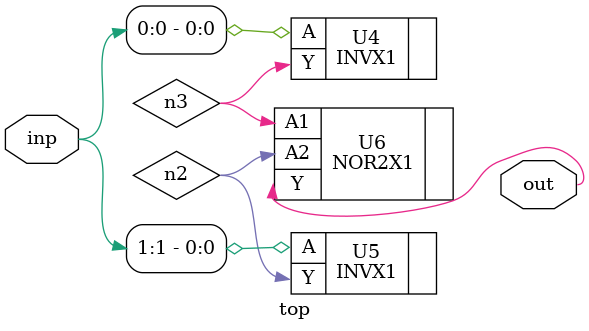
<source format=sv>


module top ( inp, out );
  input [1:0] inp;
  output out;
  wire   n2, n3;

  INVX1 U4 ( .A(inp[0]), .Y(n3) );
  INVX1 U5 ( .A(inp[1]), .Y(n2) );
  NOR2X1 U6 ( .A1(n3), .A2(n2), .Y(out) );
endmodule


</source>
